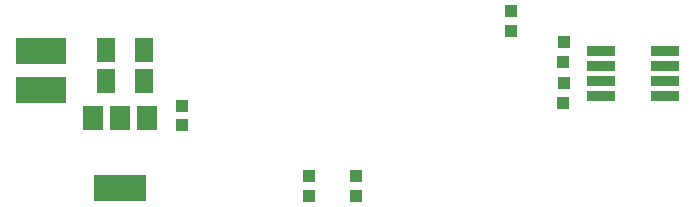
<source format=gbr>
%FSLAX34Y34*%
%MOMM*%
%LNSMDMASK_TOP*%
G71*
G01*
%ADD10R, 1.70X2.10*%
%ADD11R, 4.40X2.30*%
%ADD12R, 4.20X2.20*%
%ADD13R, 1.50X2.00*%
%ADD14R, 1.10X1.10*%
%ADD15R, 2.40X0.90*%
%LPD*%
X108726Y22125D02*
G54D10*
D03*
X85726Y22225D02*
G54D10*
D03*
X62726Y22225D02*
G54D10*
D03*
X85626Y-36475D02*
G54D11*
D03*
X19050Y79375D02*
G54D12*
D03*
X19050Y46275D02*
G54D12*
D03*
X73819Y80169D02*
G54D13*
D03*
X106319Y80269D02*
G54D13*
D03*
X73819Y53975D02*
G54D13*
D03*
X106319Y54075D02*
G54D13*
D03*
X285762Y-26430D02*
G54D14*
D03*
X285662Y-43130D02*
G54D14*
D03*
X245438Y-26430D02*
G54D14*
D03*
X245338Y-43130D02*
G54D14*
D03*
X416888Y113270D02*
G54D14*
D03*
X416788Y96570D02*
G54D14*
D03*
X138281Y33101D02*
G54D14*
D03*
X138181Y16401D02*
G54D14*
D03*
X546917Y41570D02*
G54D15*
D03*
X546917Y54270D02*
G54D15*
D03*
X546917Y66970D02*
G54D15*
D03*
X546917Y79670D02*
G54D15*
D03*
X492917Y79670D02*
G54D15*
D03*
X492917Y66970D02*
G54D15*
D03*
X492917Y54270D02*
G54D15*
D03*
X492917Y41570D02*
G54D15*
D03*
X461030Y35250D02*
G54D14*
D03*
X461130Y51950D02*
G54D14*
D03*
X461030Y70175D02*
G54D14*
D03*
X461130Y86875D02*
G54D14*
D03*
M02*

</source>
